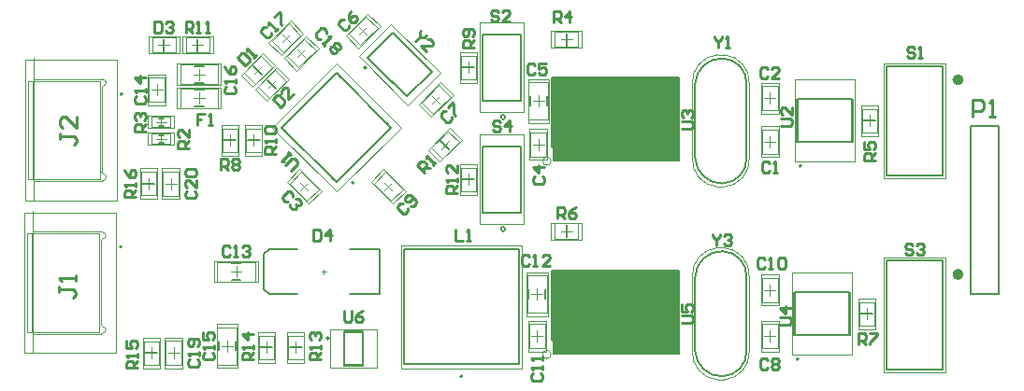
<source format=gto>
G04*
G04 #@! TF.GenerationSoftware,Altium Limited,Altium Designer,22.1.2 (22)*
G04*
G04 Layer_Color=65535*
%FSLAX44Y44*%
%MOMM*%
G71*
G04*
G04 #@! TF.SameCoordinates,D73D9505-6E86-4879-9EB9-392C4F9F1875*
G04*
G04*
G04 #@! TF.FilePolarity,Positive*
G04*
G01*
G75*
%ADD10C,0.2000*%
%ADD11C,0.1270*%
%ADD12C,0.5000*%
%ADD13C,0.0000*%
%ADD14C,0.0500*%
%ADD15C,0.2540*%
%ADD16C,0.1000*%
G36*
X868680Y955010D02*
X754336D01*
Y1031240D01*
X868680D01*
Y955010D01*
D02*
G37*
G36*
Y1130270D02*
X754336D01*
Y1206500D01*
X868680D01*
Y1130270D01*
D02*
G37*
D10*
X574437Y1110788D02*
G03*
X574437Y1110788I-1000J0D01*
G01*
X364500Y1052700D02*
G03*
X364500Y1052700I-1000J0D01*
G01*
X364860Y1191260D02*
G03*
X364860Y1191260I-1000J0D01*
G01*
X977220Y950870D02*
G03*
X977220Y950870I-1000J0D01*
G01*
X711660Y1068790D02*
G03*
X711660Y1068790I-2000J0D01*
G01*
X585837Y1215102D02*
G03*
X585837Y1215102I-1000J0D01*
G01*
X711660Y1170390D02*
G03*
X711660Y1170390I-2000J0D01*
G01*
X979760Y1126130D02*
G03*
X979760Y1126130I-1000J0D01*
G01*
X672830Y935220D02*
G03*
X672830Y935220I-1000J0D01*
G01*
X551990Y969620D02*
G03*
X551990Y969620I-1000J0D01*
G01*
X284000Y975300D02*
Y1064700D01*
X284360Y1113860D02*
Y1203260D01*
X767080Y1061300D02*
Y1072300D01*
X1033360Y991870D02*
X1044360D01*
X732910Y1005650D02*
Y1013650D01*
X747910Y1005650D02*
Y1013650D01*
X734180Y1180910D02*
Y1188910D01*
X749180Y1180910D02*
Y1188910D01*
X672680Y1113790D02*
X683680D01*
X496491Y1204039D02*
X504269Y1196261D01*
X483791Y1216739D02*
X491569Y1208961D01*
X653111Y1148889D02*
X660889Y1141111D01*
X672680Y1215390D02*
X683680D01*
X1035900Y1167130D02*
X1046900D01*
X430340Y1216540D02*
X438340D01*
X430340Y1201540D02*
X438340D01*
X398050Y1169360D02*
X402050D01*
X398050Y1162360D02*
X402050D01*
X398050Y1154120D02*
X402050D01*
X398050Y1147120D02*
X402050D01*
X383120Y1109980D02*
X394120D01*
X478370Y1149350D02*
X489370D01*
X456780D02*
X467780D01*
X430340Y1179950D02*
X438340D01*
X430340Y1194950D02*
X438340D01*
X433070Y1230210D02*
Y1241210D01*
X516470Y961390D02*
X527470D01*
X489800D02*
X500800D01*
X467240Y958660D02*
Y966660D01*
X452240Y958660D02*
Y966660D01*
X385660Y956310D02*
X396660D01*
X464000Y1037500D02*
X472000D01*
X464000Y1022500D02*
X472000D01*
X497620Y1050470D02*
X523620D01*
X493120Y1045970D02*
X497620Y1050470D01*
X493120Y1013970D02*
X497620Y1009420D01*
X571120Y1009470D02*
X598120D01*
X571120Y1050470D02*
X598120D01*
Y1009470D02*
Y1050470D01*
X493120Y1013970D02*
Y1045970D01*
X497620Y1009470D02*
X523620D01*
X402590Y1230210D02*
Y1241210D01*
X1158240Y1009650D02*
Y1162050D01*
X1132840Y1009650D02*
Y1162050D01*
Y1009650D02*
X1158240D01*
X1132840Y1162050D02*
X1158240D01*
X767080Y1235290D02*
Y1246290D01*
X574437Y1110788D02*
G03*
X574437Y1110788I-1000J0D01*
G01*
X364500Y1052700D02*
G03*
X364500Y1052700I-1000J0D01*
G01*
X364860Y1191260D02*
G03*
X364860Y1191260I-1000J0D01*
G01*
X977220Y950870D02*
G03*
X977220Y950870I-1000J0D01*
G01*
X711660Y1068790D02*
G03*
X711660Y1068790I-2000J0D01*
G01*
X585837Y1215102D02*
G03*
X585837Y1215102I-1000J0D01*
G01*
X711660Y1170390D02*
G03*
X711660Y1170390I-2000J0D01*
G01*
X979760Y1126130D02*
G03*
X979760Y1126130I-1000J0D01*
G01*
X672830Y935220D02*
G03*
X672830Y935220I-1000J0D01*
G01*
X551990Y969620D02*
G03*
X551990Y969620I-1000J0D01*
G01*
D11*
X908473Y1048622D02*
G03*
X883478Y1025313I-843J-24152D01*
G01*
Y958427D02*
G03*
X908473Y935118I24152J843D01*
G01*
X908462Y935118D02*
G03*
X930082Y958302I-782J22402D01*
G01*
Y1025438D02*
G03*
X908462Y1048622I-22402J782D01*
G01*
X908473Y1223612D02*
G03*
X883478Y1200303I-843J-24152D01*
G01*
Y1133417D02*
G03*
X908473Y1110108I24152J843D01*
G01*
X908462Y1110108D02*
G03*
X930082Y1133292I-782J22402D01*
G01*
Y1200428D02*
G03*
X908462Y1223612I-22402J782D01*
G01*
X558800Y1111283D02*
X562689Y1115172D01*
X604408Y1156891D02*
X608298Y1160780D01*
X509302D02*
X513192Y1164669D01*
X554911Y1206388D02*
X558800Y1210277D01*
X554911Y1115172D02*
X558800Y1111283D01*
X604408Y1164669D02*
X608298Y1160780D01*
X509302D02*
X513192Y1156891D01*
X558800Y1210277D02*
X562689Y1206388D01*
X883480Y958370D02*
Y1025370D01*
X930080Y958370D02*
Y1025370D01*
X1107440Y941100D02*
Y1040100D01*
X1056640D02*
X1107440D01*
X1056640Y941100D02*
Y1040100D01*
X1023420Y972370D02*
Y1011370D01*
X973020Y972370D02*
Y1011370D01*
X753872Y968375D02*
Y1030605D01*
Y968375D02*
X766572Y955675D01*
X869188D01*
Y1030605D01*
X753872D02*
X869188D01*
X753872Y1143635D02*
Y1205865D01*
Y1143635D02*
X766572Y1130935D01*
X869188D01*
Y1205865D01*
X753872D02*
X869188D01*
X691160Y1083790D02*
Y1143790D01*
X726160Y1083790D02*
Y1143790D01*
X631648Y1198272D02*
X635608Y1202232D01*
X596292Y1233628D02*
X600252Y1237588D01*
X599121Y1212132D02*
X610152Y1201101D01*
X621748Y1234759D02*
X632779Y1223728D01*
X691160Y1185390D02*
Y1245390D01*
X726160Y1185390D02*
Y1245390D01*
X883480Y1133360D02*
Y1200360D01*
X930080Y1133360D02*
Y1200360D01*
X1025960Y1147630D02*
Y1186630D01*
X975560Y1147630D02*
Y1186630D01*
X1107440Y1117630D02*
Y1216630D01*
X1056640D02*
X1107440D01*
X1056640Y1117630D02*
Y1216630D01*
X693830Y1050220D02*
X723830D01*
Y946220D02*
Y1050220D01*
X693830Y946220D02*
X723830D01*
X619830Y1050220D02*
X649830D01*
X619830Y946220D02*
Y1050220D01*
Y946220D02*
X649830D01*
X565540Y944470D02*
X582540D01*
X565540Y975770D02*
X582540D01*
X908473Y1048622D02*
G03*
X883478Y1025313I-843J-24152D01*
G01*
Y958427D02*
G03*
X908473Y935118I24152J843D01*
G01*
X908462Y935118D02*
G03*
X930082Y958302I-782J22402D01*
G01*
Y1025438D02*
G03*
X908462Y1048622I-22402J782D01*
G01*
X908473Y1223612D02*
G03*
X883478Y1200303I-843J-24152D01*
G01*
Y1133417D02*
G03*
X908473Y1110108I24152J843D01*
G01*
X908462Y1110108D02*
G03*
X930082Y1133292I-782J22402D01*
G01*
Y1200428D02*
G03*
X908462Y1223612I-22402J782D01*
G01*
X558800Y1111283D02*
X608298Y1160780D01*
X509302D02*
X558800Y1210277D01*
X509302Y1160780D02*
X558800Y1111283D01*
Y1210277D02*
X608298Y1160780D01*
X883480Y958370D02*
Y1025370D01*
X930080Y958370D02*
Y1025370D01*
X1107440Y941100D02*
Y1040100D01*
X1056640D02*
X1107440D01*
X1056640Y941100D02*
Y1040100D01*
Y941100D02*
X1107440D01*
X973720Y1011370D02*
X1022720D01*
X973720Y972370D02*
X1022720D01*
Y1011370D01*
X973720Y972370D02*
Y1011370D01*
X691160Y1143790D02*
X726160D01*
X691160Y1083790D02*
X726160D01*
X691160D02*
Y1143790D01*
X726160Y1083790D02*
Y1143790D01*
X586959Y1224294D02*
X609586Y1246921D01*
X586959Y1224294D02*
X622314Y1188939D01*
X644941Y1211566D01*
X609586Y1246921D02*
X644941Y1211566D01*
X691160Y1245390D02*
X726160D01*
X691160Y1185390D02*
X726160D01*
X691160D02*
Y1245390D01*
X726160Y1185390D02*
Y1245390D01*
X883480Y1133360D02*
Y1200360D01*
X930080Y1133360D02*
Y1200360D01*
X976260Y1186630D02*
X1025260D01*
X976260Y1147630D02*
X1025260D01*
Y1186630D01*
X976260Y1147630D02*
Y1186630D01*
X1107440Y1117630D02*
Y1216630D01*
X1056640D02*
X1107440D01*
X1056640Y1117630D02*
Y1216630D01*
Y1117630D02*
X1107440D01*
X619830Y946220D02*
X723830D01*
Y1050220D01*
X619830D02*
X723830D01*
X619830Y946220D02*
Y1050220D01*
X565540Y945120D02*
X582540D01*
X565540Y975120D02*
X582540D01*
Y945120D02*
Y975120D01*
X565540Y945120D02*
Y975120D01*
D12*
X1123990Y1027590D02*
G03*
X1123990Y1027590I-2500J0D01*
G01*
Y1204120D02*
G03*
X1123990Y1204120I-2500J0D01*
G01*
D13*
X753110Y955040D02*
G03*
X753110Y955040I-3810J0D01*
G01*
Y1130300D02*
G03*
X753110Y1130300I-3810J0D01*
G01*
X349999Y1062956D02*
G03*
X345994Y1066199I-3624J-381D01*
G01*
X347187Y1059699D02*
G03*
X350001Y1062937I-212J3026D01*
G01*
X347208Y1059701D02*
G03*
X345999Y1058208I142J-1351D01*
G01*
Y981792D02*
G03*
X347208Y980299I1351J-142D01*
G01*
X350001Y977063D02*
G03*
X347187Y980301I-3026J212D01*
G01*
X345994Y973801D02*
G03*
X349999Y977044I381J3624D01*
G01*
X350359Y1201516D02*
G03*
X346354Y1204759I-3624J-381D01*
G01*
X347547Y1198259D02*
G03*
X350361Y1201497I-212J3026D01*
G01*
X347568Y1198261D02*
G03*
X346359Y1196768I142J-1351D01*
G01*
Y1120352D02*
G03*
X347568Y1118859I1351J-142D01*
G01*
X350361Y1115623D02*
G03*
X347547Y1118861I-3026J212D01*
G01*
X346354Y1112361D02*
G03*
X350359Y1115604I381J3624D01*
G01*
X284000Y1066200D02*
Y1085200D01*
Y1066200D02*
X346000D01*
Y981800D02*
Y1058200D01*
X284000Y973800D02*
X346000D01*
X284000Y956400D02*
Y973800D01*
X284360Y1204760D02*
Y1223760D01*
Y1204760D02*
X346360D01*
Y1120360D02*
Y1196760D01*
X284360Y1112360D02*
X346360D01*
X284360Y1094960D02*
Y1112360D01*
D14*
X1056640Y941100D02*
X1107440D01*
X1056640Y1117630D02*
X1107440D01*
X904139Y1051861D02*
G03*
X880989Y1025229I1741J-24891D01*
G01*
Y958511D02*
G03*
X904139Y931879I24891J-1741D01*
G01*
X909420D02*
G03*
X932571Y958511I-1741J24891D01*
G01*
Y1025229D02*
G03*
X909420Y1051861I-24891J1741D01*
G01*
X904139Y1226851D02*
G03*
X880989Y1200219I1741J-24891D01*
G01*
Y1133501D02*
G03*
X904139Y1106869I24891J-1741D01*
G01*
X909420D02*
G03*
X932571Y1133501I-1741J24891D01*
G01*
Y1200219D02*
G03*
X909420Y1226851I-24891J1741D01*
G01*
X500605Y1160780D02*
X558800Y1218975D01*
Y1102585D02*
X616995Y1160780D01*
X500605D02*
X558800Y1102585D01*
Y1218975D02*
X616995Y1160780D01*
X276500Y1083700D02*
X359500D01*
X276500Y956300D02*
Y1083700D01*
X359500Y956300D02*
Y1083700D01*
X276500Y956300D02*
X359500D01*
X276860Y1222260D02*
X359860D01*
X276860Y1094860D02*
Y1222260D01*
X359860Y1094860D02*
Y1222260D01*
X276860Y1094860D02*
X359860D01*
X880980Y958370D02*
Y1025370D01*
X904280Y931870D02*
X909280D01*
X932580Y958370D02*
Y1025370D01*
X904280Y1051870D02*
X909280D01*
X1109940Y938600D02*
Y1042600D01*
X1054140D02*
X1109940D01*
X1054140Y938600D02*
Y1042600D01*
Y938600D02*
X1109940D01*
X971220Y1028970D02*
X1025220D01*
X971220Y954770D02*
X1025220D01*
Y1028970D01*
X971220Y954770D02*
Y1028970D01*
X688660Y1073290D02*
Y1154290D01*
X728660D01*
Y1073290D02*
Y1154290D01*
X688660Y1073290D02*
X728660D01*
X579180Y1225708D02*
X608172Y1254699D01*
X579180Y1225708D02*
X623728Y1181161D01*
X652719Y1210152D01*
X608172Y1254699D02*
X652719Y1210152D01*
X688660Y1174890D02*
Y1255890D01*
X728660D01*
Y1174890D02*
Y1255890D01*
X688660Y1174890D02*
X728660D01*
X880980Y1133360D02*
Y1200360D01*
X904280Y1106860D02*
X909280D01*
X932580Y1133360D02*
Y1200360D01*
X904280Y1226860D02*
X909280D01*
X973760Y1204230D02*
X1027760D01*
X973760Y1130030D02*
X1027760D01*
Y1204230D01*
X973760Y1130030D02*
Y1204230D01*
X1109940Y1115130D02*
Y1219130D01*
X1054140D02*
X1109940D01*
X1054140Y1115130D02*
Y1219130D01*
Y1115130D02*
X1109940D01*
X617330Y942220D02*
X726330D01*
Y1054220D01*
X617330D02*
X726330D01*
X617330Y942220D02*
Y1054220D01*
X552990Y942620D02*
X595090D01*
Y977620D01*
X552990D02*
X595090D01*
X552990Y942620D02*
Y977620D01*
D15*
X517178Y1121753D02*
X523069Y1127644D01*
Y1130000D01*
X520713Y1132356D01*
X518356D01*
X512466Y1126466D01*
X517178Y1135891D02*
X514822Y1138247D01*
X516000Y1137069D01*
X508931Y1130000D01*
X511287D01*
X495170Y1251723D02*
X492814D01*
X490458Y1249367D01*
Y1247010D01*
X495170Y1242298D01*
X497527D01*
X499883Y1244654D01*
Y1247010D01*
X503417Y1248188D02*
X505774Y1250545D01*
X504595Y1249367D01*
X497527Y1256435D01*
Y1254079D01*
X502239Y1261148D02*
X506952Y1265860D01*
X508130Y1264682D01*
Y1255257D01*
X509308Y1254079D01*
X307382Y1017000D02*
Y1011922D01*
Y1014461D01*
X320078D01*
X322617Y1011922D01*
Y1009382D01*
X320078Y1006843D01*
X322617Y1022078D02*
Y1027157D01*
Y1024617D01*
X307382D01*
X309922Y1022078D01*
X308612Y1155701D02*
Y1150622D01*
Y1153162D01*
X321308D01*
X323848Y1150622D01*
Y1148083D01*
X321308Y1145544D01*
X323848Y1170936D02*
Y1160779D01*
X313691Y1170936D01*
X311152D01*
X308612Y1168397D01*
Y1163318D01*
X311152Y1160779D01*
X899719Y1064178D02*
Y1062512D01*
X903052Y1059180D01*
X906384Y1062512D01*
Y1064178D01*
X903052Y1059180D02*
Y1054182D01*
X909716Y1062512D02*
X911382Y1064178D01*
X914715D01*
X916381Y1062512D01*
Y1060846D01*
X914715Y1059180D01*
X913048D01*
X914715D01*
X916381Y1057514D01*
Y1055848D01*
X914715Y1054182D01*
X911382D01*
X909716Y1055848D01*
X635184Y1248945D02*
X634006Y1247767D01*
Y1243054D01*
X638718D01*
X639896Y1244232D01*
X634006Y1243054D02*
X630471Y1239520D01*
X639896Y1230095D02*
X635184Y1234807D01*
X644609D01*
X645787Y1235986D01*
X645787Y1238342D01*
X643431Y1240698D01*
X641074D01*
X901385Y1243248D02*
Y1241582D01*
X904718Y1238250D01*
X908050Y1241582D01*
Y1243248D01*
X904718Y1238250D02*
Y1233252D01*
X911382D02*
X914715D01*
X913048D01*
Y1243248D01*
X911382Y1241582D01*
X565709Y994328D02*
Y985998D01*
X567375Y984332D01*
X570708D01*
X572374Y985998D01*
Y994328D01*
X582371D02*
X579038Y992662D01*
X575706Y989330D01*
Y985998D01*
X577372Y984332D01*
X580704D01*
X582371Y985998D01*
Y987664D01*
X580704Y989330D01*
X575706D01*
X871302Y983539D02*
X879632D01*
X881298Y985206D01*
Y988538D01*
X879632Y990204D01*
X871302D01*
Y1000201D02*
Y993536D01*
X876300D01*
X874634Y996868D01*
Y998534D01*
X876300Y1000201D01*
X879632D01*
X881298Y998534D01*
Y995202D01*
X879632Y993536D01*
X960202Y982269D02*
X968532D01*
X970198Y983935D01*
Y987268D01*
X968532Y988934D01*
X960202D01*
X970198Y997264D02*
X960202D01*
X965200Y992266D01*
Y998931D01*
X871302Y1160069D02*
X879632D01*
X881298Y1161736D01*
Y1165068D01*
X879632Y1166734D01*
X871302D01*
X872968Y1170066D02*
X871302Y1171732D01*
Y1175064D01*
X872968Y1176731D01*
X874634D01*
X876300Y1175064D01*
Y1173398D01*
Y1175064D01*
X877966Y1176731D01*
X879632D01*
X881298Y1175064D01*
Y1171732D01*
X879632Y1170066D01*
X961472Y1162609D02*
X969802D01*
X971468Y1164276D01*
Y1167608D01*
X969802Y1169274D01*
X961472D01*
X971468Y1179271D02*
Y1172606D01*
X964804Y1179271D01*
X963138D01*
X961472Y1177605D01*
Y1174272D01*
X963138Y1172606D01*
X706994Y1165382D02*
X705328Y1167048D01*
X701995D01*
X700329Y1165382D01*
Y1163716D01*
X701995Y1162050D01*
X705328D01*
X706994Y1160384D01*
Y1158718D01*
X705328Y1157052D01*
X701995D01*
X700329Y1158718D01*
X715324Y1157052D02*
Y1167048D01*
X710326Y1162050D01*
X716991D01*
X1080374Y1053622D02*
X1078708Y1055288D01*
X1075376D01*
X1073709Y1053622D01*
Y1051956D01*
X1075376Y1050290D01*
X1078708D01*
X1080374Y1048624D01*
Y1046958D01*
X1078708Y1045292D01*
X1075376D01*
X1073709Y1046958D01*
X1083706Y1053622D02*
X1085372Y1055288D01*
X1088705D01*
X1090371Y1053622D01*
Y1051956D01*
X1088705Y1050290D01*
X1087038D01*
X1088705D01*
X1090371Y1048624D01*
Y1046958D01*
X1088705Y1045292D01*
X1085372D01*
X1083706Y1046958D01*
X705724Y1265712D02*
X704058Y1267378D01*
X700725D01*
X699059Y1265712D01*
Y1264046D01*
X700725Y1262380D01*
X704058D01*
X705724Y1260714D01*
Y1259048D01*
X704058Y1257382D01*
X700725D01*
X699059Y1259048D01*
X715721Y1257382D02*
X709056D01*
X715721Y1264046D01*
Y1265712D01*
X714054Y1267378D01*
X710722D01*
X709056Y1265712D01*
X1082040Y1232692D02*
X1080374Y1234358D01*
X1077042D01*
X1075376Y1232692D01*
Y1231026D01*
X1077042Y1229360D01*
X1080374D01*
X1082040Y1227694D01*
Y1226028D01*
X1080374Y1224362D01*
X1077042D01*
X1075376Y1226028D01*
X1085372Y1224362D02*
X1088705D01*
X1087038D01*
Y1234358D01*
X1085372Y1232692D01*
X377108Y1097484D02*
X367112D01*
Y1102482D01*
X368778Y1104148D01*
X372110D01*
X373776Y1102482D01*
Y1097484D01*
Y1100816D02*
X377108Y1104148D01*
Y1107481D02*
Y1110813D01*
Y1109147D01*
X367112D01*
X368778Y1107481D01*
X367112Y1122476D02*
X368778Y1119144D01*
X372110Y1115811D01*
X375442D01*
X377108Y1117478D01*
Y1120810D01*
X375442Y1122476D01*
X373776D01*
X372110Y1120810D01*
Y1115811D01*
X378378Y942544D02*
X368382D01*
Y947542D01*
X370048Y949209D01*
X373380D01*
X375046Y947542D01*
Y942544D01*
Y945876D02*
X378378Y949209D01*
Y952541D02*
Y955873D01*
Y954207D01*
X368382D01*
X370048Y952541D01*
X368382Y967536D02*
Y960872D01*
X373380D01*
X371714Y964204D01*
Y965870D01*
X373380Y967536D01*
X376712D01*
X378378Y965870D01*
Y962538D01*
X376712Y960872D01*
X483788Y950164D02*
X473792D01*
Y955162D01*
X475458Y956829D01*
X478790D01*
X480456Y955162D01*
Y950164D01*
Y953496D02*
X483788Y956829D01*
Y960161D02*
Y963493D01*
Y961827D01*
X473792D01*
X475458Y960161D01*
X483788Y973490D02*
X473792D01*
X478790Y968492D01*
Y975156D01*
X544748Y950164D02*
X534752D01*
Y955162D01*
X536418Y956829D01*
X539750D01*
X541416Y955162D01*
Y950164D01*
Y953496D02*
X544748Y956829D01*
Y960161D02*
Y963493D01*
Y961827D01*
X534752D01*
X536418Y960161D01*
Y968492D02*
X534752Y970158D01*
Y973490D01*
X536418Y975156D01*
X538084D01*
X539750Y973490D01*
Y971824D01*
Y973490D01*
X541416Y975156D01*
X543082D01*
X544748Y973490D01*
Y970158D01*
X543082Y968492D01*
X667938Y1101294D02*
X657942D01*
Y1106292D01*
X659608Y1107959D01*
X662940D01*
X664606Y1106292D01*
Y1101294D01*
Y1104626D02*
X667938Y1107959D01*
Y1111291D02*
Y1114623D01*
Y1112957D01*
X657942D01*
X659608Y1111291D01*
X667938Y1126286D02*
Y1119622D01*
X661274Y1126286D01*
X659608D01*
X657942Y1124620D01*
Y1121288D01*
X659608Y1119622D01*
X422240Y1247222D02*
Y1257218D01*
X427239D01*
X428905Y1255552D01*
Y1252220D01*
X427239Y1250554D01*
X422240D01*
X425572D02*
X428905Y1247222D01*
X432237D02*
X435569D01*
X433903D01*
Y1257218D01*
X432237Y1255552D01*
X440568Y1247222D02*
X443900D01*
X442234D01*
Y1257218D01*
X440568Y1255552D01*
X504108Y1136854D02*
X494112D01*
Y1141852D01*
X495778Y1143519D01*
X499110D01*
X500776Y1141852D01*
Y1136854D01*
Y1140186D02*
X504108Y1143519D01*
Y1146851D02*
Y1150183D01*
Y1148517D01*
X494112D01*
X495778Y1146851D01*
Y1155182D02*
X494112Y1156848D01*
Y1160180D01*
X495778Y1161846D01*
X502442D01*
X504108Y1160180D01*
Y1156848D01*
X502442Y1155182D01*
X495778D01*
X683178Y1233729D02*
X673182D01*
Y1238728D01*
X674848Y1240394D01*
X678180D01*
X679846Y1238728D01*
Y1233729D01*
Y1237062D02*
X683178Y1240394D01*
X681512Y1243726D02*
X683178Y1245392D01*
Y1248725D01*
X681512Y1250391D01*
X674848D01*
X673182Y1248725D01*
Y1245392D01*
X674848Y1243726D01*
X676514D01*
X678180Y1245392D01*
Y1250391D01*
X453949Y1122762D02*
Y1132758D01*
X458948D01*
X460614Y1131092D01*
Y1127760D01*
X458948Y1126094D01*
X453949D01*
X457282D02*
X460614Y1122762D01*
X463946Y1131092D02*
X465612Y1132758D01*
X468945D01*
X470611Y1131092D01*
Y1129426D01*
X468945Y1127760D01*
X470611Y1126094D01*
Y1124428D01*
X468945Y1122762D01*
X465612D01*
X463946Y1124428D01*
Y1126094D01*
X465612Y1127760D01*
X463946Y1129426D01*
Y1131092D01*
X465612Y1127760D02*
X468945D01*
X1031799Y964012D02*
Y974008D01*
X1036798D01*
X1038464Y972342D01*
Y969010D01*
X1036798Y967344D01*
X1031799D01*
X1035132D02*
X1038464Y964012D01*
X1041796Y974008D02*
X1048461D01*
Y972342D01*
X1041796Y965678D01*
Y964012D01*
X758749Y1078312D02*
Y1088308D01*
X763748D01*
X765414Y1086642D01*
Y1083310D01*
X763748Y1081644D01*
X758749D01*
X762082D02*
X765414Y1078312D01*
X775411Y1088308D02*
X772078Y1086642D01*
X768746Y1083310D01*
Y1079978D01*
X770412Y1078312D01*
X773745D01*
X775411Y1079978D01*
Y1081644D01*
X773745Y1083310D01*
X768746D01*
X1046398Y1130859D02*
X1036402D01*
Y1135858D01*
X1038068Y1137524D01*
X1041400D01*
X1043066Y1135858D01*
Y1130859D01*
Y1134192D02*
X1046398Y1137524D01*
X1036402Y1147521D02*
Y1140856D01*
X1041400D01*
X1039734Y1144188D01*
Y1145854D01*
X1041400Y1147521D01*
X1044732D01*
X1046398Y1145854D01*
Y1142522D01*
X1044732Y1140856D01*
X755142Y1256284D02*
Y1266281D01*
X760140D01*
X761806Y1264615D01*
Y1261282D01*
X760140Y1259616D01*
X755142D01*
X758474D02*
X761806Y1256284D01*
X770137D02*
Y1266281D01*
X765139Y1261282D01*
X771803D01*
X385998Y1157529D02*
X376002D01*
Y1162528D01*
X377668Y1164194D01*
X381000D01*
X382666Y1162528D01*
Y1157529D01*
Y1160862D02*
X385998Y1164194D01*
X377668Y1167526D02*
X376002Y1169192D01*
Y1172524D01*
X377668Y1174191D01*
X379334D01*
X381000Y1172524D01*
Y1170858D01*
Y1172524D01*
X382666Y1174191D01*
X384332D01*
X385998Y1172524D01*
Y1169192D01*
X384332Y1167526D01*
X425368Y1142289D02*
X415372D01*
Y1147288D01*
X417038Y1148954D01*
X420370D01*
X422036Y1147288D01*
Y1142289D01*
Y1145622D02*
X425368Y1148954D01*
Y1158951D02*
Y1152286D01*
X418704Y1158951D01*
X417038D01*
X415372Y1157284D01*
Y1153952D01*
X417038Y1152286D01*
X638822Y1119753D02*
X631753Y1126822D01*
X635288Y1130356D01*
X637644D01*
X640000Y1128000D01*
Y1125644D01*
X636466Y1122109D01*
X638822Y1124466D02*
X643534D01*
X645891Y1126822D02*
X648247Y1129178D01*
X647069Y1128000D01*
X640000Y1135069D01*
Y1132712D01*
X1134364Y1170686D02*
Y1185921D01*
X1141982D01*
X1144521Y1183382D01*
Y1178304D01*
X1141982Y1175764D01*
X1134364D01*
X1149599Y1170686D02*
X1154677D01*
X1152138D01*
Y1185921D01*
X1149599Y1183382D01*
X666435Y1067988D02*
Y1057992D01*
X673100D01*
X676432D02*
X679764D01*
X678098D01*
Y1067988D01*
X676432Y1066322D01*
X439420Y1173398D02*
X432756D01*
Y1168400D01*
X436088D01*
X432756D01*
Y1163402D01*
X442752D02*
X446085D01*
X444418D01*
Y1173398D01*
X442752Y1171732D01*
X537769Y1067988D02*
Y1057992D01*
X542768D01*
X544434Y1059658D01*
Y1066322D01*
X542768Y1067988D01*
X537769D01*
X552765Y1057992D02*
Y1067988D01*
X547766Y1062990D01*
X554431D01*
X394259Y1257218D02*
Y1247222D01*
X399258D01*
X400924Y1248888D01*
Y1255552D01*
X399258Y1257218D01*
X394259D01*
X404256Y1255552D02*
X405922Y1257218D01*
X409254D01*
X410921Y1255552D01*
Y1253886D01*
X409254Y1252220D01*
X407588D01*
X409254D01*
X410921Y1250554D01*
Y1248888D01*
X409254Y1247222D01*
X405922D01*
X404256Y1248888D01*
X501115Y1186364D02*
X508184Y1179295D01*
X511718Y1182829D01*
Y1185186D01*
X507006Y1189898D01*
X504649D01*
X501115Y1186364D01*
X519965Y1191076D02*
X515252Y1186364D01*
Y1195789D01*
X514074Y1196967D01*
X511718Y1196967D01*
X509362Y1194611D01*
Y1192254D01*
X469273Y1224372D02*
X476342Y1217303D01*
X479876Y1220837D01*
Y1223194D01*
X475164Y1227906D01*
X472808D01*
X469273Y1224372D01*
X483411D02*
X485767Y1226728D01*
X484589Y1225550D01*
X477520Y1232619D01*
Y1230263D01*
X423388Y1103316D02*
X421722Y1101649D01*
Y1098317D01*
X423388Y1096651D01*
X430052D01*
X431718Y1098317D01*
Y1101649D01*
X430052Y1103316D01*
X431718Y1113312D02*
Y1106648D01*
X425054Y1113312D01*
X423388D01*
X421722Y1111646D01*
Y1108314D01*
X423388Y1106648D01*
Y1116645D02*
X421722Y1118311D01*
Y1121643D01*
X423388Y1123309D01*
X430052D01*
X431718Y1121643D01*
Y1118311D01*
X430052Y1116645D01*
X423388D01*
X425928Y950479D02*
X424262Y948812D01*
Y945480D01*
X425928Y943814D01*
X432592D01*
X434258Y945480D01*
Y948812D01*
X432592Y950479D01*
X434258Y953811D02*
Y957143D01*
Y955477D01*
X424262D01*
X425928Y953811D01*
X432592Y962141D02*
X434258Y963808D01*
Y967140D01*
X432592Y968806D01*
X425928D01*
X424262Y967140D01*
Y963808D01*
X425928Y962141D01*
X427594D01*
X429260Y963808D01*
Y968806D01*
X549413Y1246000D02*
Y1248356D01*
X547057Y1250712D01*
X544700D01*
X539988Y1246000D01*
Y1243643D01*
X542344Y1241287D01*
X544700D01*
X545878Y1237753D02*
X548235Y1235396D01*
X547057Y1236575D01*
X554125Y1243643D01*
X551769D01*
X557660Y1237753D02*
X560016D01*
X562372Y1235396D01*
X562372Y1233040D01*
X561194Y1231862D01*
X558838D01*
X558838Y1229506D01*
X557660Y1228328D01*
X555303Y1228328D01*
X552947Y1230684D01*
Y1233040D01*
X554125Y1234218D01*
X556482D01*
X556482Y1236575D01*
X557660Y1237753D01*
X556482Y1234218D02*
X558838Y1231862D01*
X458948Y1198129D02*
X457282Y1196462D01*
Y1193130D01*
X458948Y1191464D01*
X465612D01*
X467278Y1193130D01*
Y1196462D01*
X465612Y1198129D01*
X467278Y1201461D02*
Y1204793D01*
Y1203127D01*
X457282D01*
X458948Y1201461D01*
X457282Y1216456D02*
X458948Y1213124D01*
X462280Y1209791D01*
X465612D01*
X467278Y1211458D01*
Y1214790D01*
X465612Y1216456D01*
X463946D01*
X462280Y1214790D01*
Y1209791D01*
X439898Y956829D02*
X438232Y955162D01*
Y951830D01*
X439898Y950164D01*
X446562D01*
X448228Y951830D01*
Y955162D01*
X446562Y956829D01*
X448228Y960161D02*
Y963493D01*
Y961827D01*
X438232D01*
X439898Y960161D01*
X438232Y975156D02*
Y968492D01*
X443230D01*
X441564Y971824D01*
Y973490D01*
X443230Y975156D01*
X446562D01*
X448228Y973490D01*
Y970158D01*
X446562Y968492D01*
X377668Y1189239D02*
X376002Y1187572D01*
Y1184240D01*
X377668Y1182574D01*
X384332D01*
X385998Y1184240D01*
Y1187572D01*
X384332Y1189239D01*
X385998Y1192571D02*
Y1195903D01*
Y1194237D01*
X376002D01*
X377668Y1192571D01*
X385998Y1205900D02*
X376002D01*
X381000Y1200901D01*
Y1207566D01*
X462169Y1052382D02*
X460502Y1054048D01*
X457170D01*
X455504Y1052382D01*
Y1045718D01*
X457170Y1044052D01*
X460502D01*
X462169Y1045718D01*
X465501Y1044052D02*
X468833D01*
X467167D01*
Y1054048D01*
X465501Y1052382D01*
X473831D02*
X475498Y1054048D01*
X478830D01*
X480496Y1052382D01*
Y1050716D01*
X478830Y1049050D01*
X477164D01*
X478830D01*
X480496Y1047384D01*
Y1045718D01*
X478830Y1044052D01*
X475498D01*
X473831Y1045718D01*
X733308Y1043462D02*
X731642Y1045128D01*
X728310D01*
X726644Y1043462D01*
Y1036798D01*
X728310Y1035132D01*
X731642D01*
X733308Y1036798D01*
X736641Y1035132D02*
X739973D01*
X738307D01*
Y1045128D01*
X736641Y1043462D01*
X751636Y1035132D02*
X744971D01*
X751636Y1041796D01*
Y1043462D01*
X749970Y1045128D01*
X746638D01*
X744971Y1043462D01*
X737078Y938175D02*
X735412Y936508D01*
Y933176D01*
X737078Y931510D01*
X743742D01*
X745408Y933176D01*
Y936508D01*
X743742Y938175D01*
X745408Y941507D02*
Y944839D01*
Y943173D01*
X735412D01*
X737078Y941507D01*
X745408Y949838D02*
Y953170D01*
Y951504D01*
X735412D01*
X737078Y949838D01*
X946668Y1040922D02*
X945002Y1042588D01*
X941670D01*
X940004Y1040922D01*
Y1034258D01*
X941670Y1032592D01*
X945002D01*
X946668Y1034258D01*
X950001Y1032592D02*
X953333D01*
X951667D01*
Y1042588D01*
X950001Y1040922D01*
X958332D02*
X959998Y1042588D01*
X963330D01*
X964996Y1040922D01*
Y1034258D01*
X963330Y1032592D01*
X959998D01*
X958332Y1034258D01*
Y1040922D01*
X618766Y1092108D02*
X616409D01*
X614053Y1089752D01*
Y1087396D01*
X618766Y1082683D01*
X621122D01*
X623478Y1085039D01*
Y1087396D01*
X625834Y1089752D02*
X628191D01*
X630547Y1092108D01*
Y1094464D01*
X625834Y1099177D01*
X623478Y1099177D01*
X621122Y1096821D01*
Y1094464D01*
X622300Y1093286D01*
X624656Y1093286D01*
X628191Y1096821D01*
X949564Y949482D02*
X947898Y951148D01*
X944566D01*
X942899Y949482D01*
Y942818D01*
X944566Y941152D01*
X947898D01*
X949564Y942818D01*
X952896Y949482D02*
X954562Y951148D01*
X957895D01*
X959561Y949482D01*
Y947816D01*
X957895Y946150D01*
X959561Y944484D01*
Y942818D01*
X957895Y941152D01*
X954562D01*
X952896Y942818D01*
Y944484D01*
X954562Y946150D01*
X952896Y947816D01*
Y949482D01*
X954562Y946150D02*
X957895D01*
X658136Y1175402D02*
X655779D01*
X653423Y1173046D01*
Y1170690D01*
X658136Y1165977D01*
X660492D01*
X662848Y1168333D01*
Y1170690D01*
X659314Y1178936D02*
X664026Y1183649D01*
X665204Y1182471D01*
Y1173046D01*
X666383Y1171868D01*
X565426Y1258478D02*
X563069D01*
X560713Y1256122D01*
Y1253766D01*
X565426Y1249053D01*
X567782D01*
X570138Y1251409D01*
Y1253766D01*
X571316Y1266725D02*
X570138Y1263191D01*
Y1258478D01*
X572494Y1256122D01*
X574851D01*
X577207Y1258478D01*
Y1260834D01*
X576029Y1262012D01*
X573672Y1262013D01*
X570138Y1258478D01*
X738744Y1217452D02*
X737078Y1219118D01*
X733745D01*
X732079Y1217452D01*
Y1210788D01*
X733745Y1209122D01*
X737078D01*
X738744Y1210788D01*
X748741Y1219118D02*
X742076D01*
Y1214120D01*
X745408Y1215786D01*
X747075D01*
X748741Y1214120D01*
Y1210788D01*
X747075Y1209122D01*
X743742D01*
X742076Y1210788D01*
X738668Y1116334D02*
X737002Y1114668D01*
Y1111336D01*
X738668Y1109669D01*
X745332D01*
X746998Y1111336D01*
Y1114668D01*
X745332Y1116334D01*
X746998Y1124665D02*
X737002D01*
X742000Y1119666D01*
Y1126331D01*
X519338Y1098274D02*
Y1100631D01*
X516982Y1102987D01*
X514626D01*
X509913Y1098274D01*
Y1095918D01*
X512269Y1093562D01*
X514626D01*
X521694Y1095918D02*
X524051D01*
X526407Y1093562D01*
X526407Y1091206D01*
X525229Y1090027D01*
X522873D01*
X521694Y1091206D01*
X522873Y1090027D01*
X522873Y1087671D01*
X521694Y1086493D01*
X519338D01*
X516982Y1088849D01*
Y1091206D01*
X949564Y1213642D02*
X947898Y1215308D01*
X944566D01*
X942899Y1213642D01*
Y1206978D01*
X944566Y1205312D01*
X947898D01*
X949564Y1206978D01*
X959561Y1205312D02*
X952896D01*
X959561Y1211976D01*
Y1213642D01*
X957895Y1215308D01*
X954562D01*
X952896Y1213642D01*
X951230Y1128552D02*
X949564Y1130218D01*
X946232D01*
X944566Y1128552D01*
Y1121888D01*
X946232Y1120222D01*
X949564D01*
X951230Y1121888D01*
X954562Y1120222D02*
X957895D01*
X956228D01*
Y1130218D01*
X954562Y1128552D01*
D16*
X545370Y1029970D02*
X549370D01*
X547370Y1027970D02*
Y1031970D01*
X515732Y1254965D02*
X525985Y1244712D01*
X500175Y1239408D02*
X510428Y1229155D01*
X525985Y1244712D01*
X500175Y1239408D02*
X515732Y1254965D01*
X279000Y1064700D02*
X344000D01*
X279000Y975300D02*
X344000D01*
Y1064700D01*
X279000Y975300D02*
Y1064700D01*
X284000Y960000D02*
Y1080000D01*
X279360Y1203260D02*
X344360D01*
X279360Y1113860D02*
X344360D01*
Y1203260D01*
X279360Y1113860D02*
Y1203260D01*
X284360Y1098560D02*
Y1218560D01*
X756330Y1059800D02*
X777830D01*
X756330Y1073800D02*
X777830D01*
Y1059800D02*
Y1073800D01*
X756330Y1059800D02*
Y1073800D01*
X1031860Y981120D02*
Y1002620D01*
X1045860Y981120D02*
Y1002620D01*
X1031860Y981120D02*
X1045860D01*
X1031860Y1002620D02*
X1045860D01*
X958480Y1002460D02*
Y1024460D01*
X943980Y1002460D02*
Y1024460D01*
X958480D01*
X943980Y1002460D02*
X958480D01*
X943980Y960550D02*
Y982550D01*
X958480Y960550D02*
Y982550D01*
X943980Y960550D02*
X958480D01*
X943980Y982550D02*
X958480D01*
X733160Y960550D02*
Y982550D01*
X747660Y960550D02*
Y982550D01*
X733160Y960550D02*
X747660D01*
X733160Y982550D02*
X747660D01*
X731410Y992650D02*
Y1026650D01*
X749410Y992650D02*
Y1026650D01*
X731410Y992650D02*
X749410D01*
X731410Y1026650D02*
X749410D01*
X732680Y1167910D02*
Y1201910D01*
X750680Y1167910D02*
Y1201910D01*
X732680Y1167910D02*
X750680D01*
X732680Y1201910D02*
X750680D01*
X734430Y1134540D02*
Y1156540D01*
X748930Y1134540D02*
Y1156540D01*
X734430Y1134540D02*
X748930D01*
X734430Y1156540D02*
X748930D01*
X671180Y1103040D02*
Y1124540D01*
X685180Y1103040D02*
Y1124540D01*
X671180Y1103040D02*
X685180D01*
X671180Y1124540D02*
X685180D01*
X497728Y1187599D02*
X512931Y1202802D01*
X487829Y1197498D02*
X503032Y1212701D01*
X512931Y1202802D01*
X487829Y1197498D02*
X497728Y1187599D01*
X485028Y1200299D02*
X500231Y1215502D01*
X475129Y1210198D02*
X490332Y1225401D01*
X500231Y1215502D01*
X475129Y1210198D02*
X485028Y1200299D01*
X514145Y1225438D02*
X529702Y1240995D01*
X524398Y1215185D02*
X539955Y1230742D01*
X514145Y1225438D02*
X524398Y1215185D01*
X529702Y1240995D02*
X539955Y1230742D01*
X526938Y1120345D02*
X542495Y1104788D01*
X516685Y1110092D02*
X532242Y1094535D01*
X516685Y1110092D02*
X526938Y1120345D01*
X532242Y1094535D02*
X542495Y1104788D01*
X603138Y1120345D02*
X618695Y1104788D01*
X592885Y1110092D02*
X608442Y1094535D01*
X592885Y1110092D02*
X603138Y1120345D01*
X608442Y1094535D02*
X618695Y1104788D01*
X644449Y1142348D02*
X659652Y1157551D01*
X654348Y1132449D02*
X669551Y1147652D01*
X644449Y1142348D02*
X654348Y1132449D01*
X659652Y1157551D02*
X669551Y1147652D01*
X570025Y1245758D02*
X585582Y1261315D01*
X580278Y1235505D02*
X595835Y1251062D01*
X570025Y1245758D02*
X580278Y1235505D01*
X585582Y1261315D02*
X595835Y1251062D01*
X646318Y1173275D02*
X661875Y1188832D01*
X636065Y1183528D02*
X651622Y1199085D01*
X661875Y1188832D01*
X636065Y1183528D02*
X646318Y1173275D01*
X671180Y1204640D02*
Y1226140D01*
X685180Y1204640D02*
Y1226140D01*
X671180Y1204640D02*
X685180D01*
X671180Y1226140D02*
X685180D01*
X958480Y1176450D02*
Y1198450D01*
X943980Y1176450D02*
Y1198450D01*
X958480D01*
X943980Y1176450D02*
X958480D01*
X943980Y1137080D02*
Y1159080D01*
X958480Y1137080D02*
Y1159080D01*
X943980Y1137080D02*
X958480D01*
X943980Y1159080D02*
X958480D01*
X1034400Y1156380D02*
Y1177880D01*
X1048400Y1156380D02*
Y1177880D01*
X1034400Y1156380D02*
X1048400D01*
X1034400Y1177880D02*
X1048400D01*
X417340Y1218040D02*
X451340D01*
X417340Y1200040D02*
X451340D01*
X417340D02*
Y1218040D01*
X451340Y1200040D02*
Y1218040D01*
X391550Y1170610D02*
X408550D01*
X391550Y1161110D02*
X408550D01*
X391550D02*
Y1170610D01*
X408550Y1161110D02*
Y1170610D01*
X391550Y1155370D02*
X408550D01*
X391550Y1145870D02*
X408550D01*
X391550D02*
Y1155370D01*
X408550Y1145870D02*
Y1155370D01*
X381620Y1099230D02*
Y1120730D01*
X395620Y1099230D02*
Y1120730D01*
X381620Y1099230D02*
X395620D01*
X381620Y1120730D02*
X395620D01*
X416190Y1098980D02*
Y1120980D01*
X401690Y1098980D02*
Y1120980D01*
X416190D01*
X401690Y1098980D02*
X416190D01*
X490870Y1138600D02*
Y1160100D01*
X476870Y1138600D02*
Y1160100D01*
X490870Y1160100D01*
X476870Y1138600D02*
X490870D01*
X469280D02*
Y1160100D01*
X455280Y1138600D02*
Y1160100D01*
X469280Y1160100D01*
X455280Y1138600D02*
X469280D01*
X417340Y1178450D02*
X451340D01*
X417340Y1196450D02*
X451340D01*
Y1178450D02*
Y1196450D01*
X417340Y1178450D02*
Y1196450D01*
X422320Y1242710D02*
X443820D01*
X422320Y1228710D02*
X443820D01*
X422320D02*
Y1242710D01*
X443820Y1228710D02*
Y1242710D01*
X514970Y950640D02*
Y972140D01*
X528970Y950640D02*
Y972140D01*
X514970Y950640D02*
X528970D01*
X514970Y972140D02*
X528970D01*
X488300Y950640D02*
Y972140D01*
X502300Y950640D02*
Y972140D01*
X488300Y950640D02*
X502300D01*
X488300Y972140D02*
X502300D01*
X450740Y979660D02*
X468740D01*
X450740Y945660D02*
X468740D01*
Y979660D01*
X450740Y945660D02*
Y979660D01*
X404230Y945310D02*
Y967310D01*
X418730Y945310D02*
Y967310D01*
X404230Y945310D02*
X418730D01*
X404230Y967310D02*
X418730D01*
X398160Y945560D02*
Y967060D01*
X384160Y945560D02*
Y967060D01*
X398160D01*
X384160Y945560D02*
X398160D01*
X451000Y1021000D02*
Y1039000D01*
X485000Y1021000D02*
Y1039000D01*
X451000D02*
X485000D01*
X451000Y1021000D02*
X485000D01*
X388990Y1184070D02*
Y1206070D01*
X403490Y1184070D02*
Y1206070D01*
X388990Y1184070D02*
X403490D01*
X388990Y1206070D02*
X403490D01*
X391840Y1242710D02*
X413340D01*
X391840Y1228710D02*
X413340D01*
X391840D02*
Y1242710D01*
X413340Y1228710D02*
Y1242710D01*
X756330Y1233790D02*
X777830D01*
X756330Y1247790D02*
X777830D01*
Y1233790D02*
Y1247790D01*
X756330Y1233790D02*
Y1247790D01*
X517323Y1257616D02*
X528636Y1246303D01*
X497524Y1237817D02*
X508837Y1226504D01*
X528636Y1246303D01*
X497524Y1237817D02*
X517323Y1257616D01*
X509544Y1238524D02*
X516616Y1245595D01*
X509544D02*
X516616Y1238524D01*
X767080Y1061800D02*
Y1071800D01*
X762080Y1066800D02*
X772080D01*
X753080Y1059300D02*
X781080D01*
X753080Y1074300D02*
X781080D01*
Y1059300D02*
Y1074300D01*
X753080Y1059300D02*
Y1074300D01*
X1033860Y991870D02*
X1043860D01*
X1038860Y986870D02*
Y996870D01*
X1031360Y977870D02*
Y1005870D01*
X1046360Y977870D02*
Y1005870D01*
X1031360Y977870D02*
X1046360D01*
X1031360Y1005870D02*
X1046360D01*
X946230Y1013460D02*
X956230D01*
X951230Y1008460D02*
Y1018460D01*
X959230Y999460D02*
Y1027460D01*
X943230Y999460D02*
Y1027460D01*
X959230D01*
X943230Y999460D02*
X959230D01*
X946230Y971550D02*
X956230D01*
X951230Y966550D02*
Y976550D01*
X943230Y957550D02*
Y985550D01*
X959230Y957550D02*
Y985550D01*
X943230Y957550D02*
X959230D01*
X943230Y985550D02*
X959230D01*
X735410Y971550D02*
X745410D01*
X740410Y966550D02*
Y976550D01*
X732410Y957550D02*
Y985550D01*
X748410Y957550D02*
Y985550D01*
X732410Y957550D02*
X748410D01*
X732410Y985550D02*
X748410D01*
X735410Y1009650D02*
X745410D01*
X740410Y1004650D02*
Y1014650D01*
X730910Y989650D02*
Y1029650D01*
X749910Y989650D02*
Y1029650D01*
X730910Y989650D02*
X749910D01*
X730910Y1029650D02*
X749910D01*
X736680Y1184910D02*
X746680D01*
X741680Y1179910D02*
Y1189910D01*
X732180Y1164910D02*
Y1204910D01*
X751180Y1164910D02*
Y1204910D01*
X732180Y1164910D02*
X751180D01*
X732180Y1204910D02*
X751180D01*
X736680Y1145540D02*
X746680D01*
X741680Y1140540D02*
Y1150540D01*
X733680Y1131540D02*
Y1159540D01*
X749680Y1131540D02*
Y1159540D01*
X733680Y1131540D02*
X749680D01*
X733680Y1159540D02*
X749680D01*
X673180Y1113790D02*
X683180D01*
X678180Y1108790D02*
Y1118790D01*
X670680Y1099790D02*
Y1127790D01*
X685680Y1099790D02*
Y1127790D01*
X670680Y1099790D02*
X685680D01*
X670680Y1127790D02*
X685680D01*
X496844Y1203686D02*
X503916Y1196615D01*
X496844Y1196615D02*
X503916Y1203686D01*
X495784Y1184947D02*
X515583Y1204746D01*
X485177Y1195554D02*
X504976Y1215353D01*
X515583Y1204746D01*
X485177Y1195554D02*
X495784Y1184947D01*
X484145Y1216386D02*
X491216Y1209314D01*
X484145Y1209314D02*
X491216Y1216386D01*
X483084Y1197647D02*
X502883Y1217446D01*
X472477Y1208254D02*
X492276Y1228053D01*
X502883Y1217446D01*
X472477Y1208254D02*
X483084Y1197647D01*
X523515Y1231626D02*
X530586Y1224554D01*
X523515Y1224554D02*
X530586Y1231626D01*
X511494Y1223847D02*
X531293Y1243646D01*
X522807Y1212534D02*
X542606Y1232333D01*
X511494Y1223847D02*
X522807Y1212534D01*
X531293Y1243646D02*
X542606Y1232333D01*
X526054Y1103904D02*
X533125Y1110975D01*
X526054D02*
X533125Y1103904D01*
X525347Y1122996D02*
X545146Y1103197D01*
X514034Y1111683D02*
X533833Y1091884D01*
X514034Y1111683D02*
X525347Y1122996D01*
X533833Y1091884D02*
X545146Y1103197D01*
X602254Y1103904D02*
X609325Y1110975D01*
X602254D02*
X609325Y1103904D01*
X601547Y1122996D02*
X621346Y1103197D01*
X590234Y1111683D02*
X610033Y1091884D01*
X590234Y1111683D02*
X601547Y1122996D01*
X610033Y1091884D02*
X621346Y1103197D01*
X653465Y1148536D02*
X660536Y1141464D01*
X653465D02*
X660536Y1148536D01*
X641797Y1140404D02*
X661596Y1160203D01*
X652404Y1129797D02*
X672203Y1149596D01*
X641797Y1140404D02*
X652404Y1129797D01*
X661596Y1160203D02*
X672203Y1149596D01*
X579394Y1251945D02*
X586466Y1244874D01*
X579394Y1244874D02*
X586466Y1251945D01*
X567374Y1244167D02*
X587173Y1263966D01*
X578687Y1232854D02*
X598486Y1252653D01*
X567374Y1244167D02*
X578687Y1232854D01*
X587173Y1263966D02*
X598486Y1252653D01*
X645434Y1189716D02*
X652505Y1182645D01*
X645434D02*
X652505Y1189716D01*
X644727Y1170624D02*
X664526Y1190423D01*
X633414Y1181937D02*
X653213Y1201736D01*
X664526Y1190423D01*
X633414Y1181937D02*
X644727Y1170624D01*
X673180Y1215390D02*
X683180D01*
X678180Y1210390D02*
Y1220390D01*
X670680Y1201390D02*
Y1229390D01*
X685680Y1201390D02*
Y1229390D01*
X670680Y1201390D02*
X685680D01*
X670680Y1229390D02*
X685680D01*
X946230Y1187450D02*
X956230D01*
X951230Y1182450D02*
Y1192450D01*
X959230Y1173450D02*
Y1201450D01*
X943230Y1173450D02*
Y1201450D01*
X959230D01*
X943230Y1173450D02*
X959230D01*
X946230Y1148080D02*
X956230D01*
X951230Y1143080D02*
Y1153080D01*
X943230Y1134080D02*
Y1162080D01*
X959230Y1134080D02*
Y1162080D01*
X943230Y1134080D02*
X959230D01*
X943230Y1162080D02*
X959230D01*
X1036400Y1167130D02*
X1046400D01*
X1041400Y1162130D02*
Y1172130D01*
X1033900Y1153130D02*
Y1181130D01*
X1048900Y1153130D02*
Y1181130D01*
X1033900Y1153130D02*
X1048900D01*
X1033900Y1181130D02*
X1048900D01*
X434340Y1204040D02*
Y1214040D01*
X429340Y1209040D02*
X439340D01*
X414340Y1218540D02*
X454340D01*
X414340Y1199540D02*
X454340D01*
X414340D02*
Y1218540D01*
X454340Y1199540D02*
Y1218540D01*
X400050Y1161110D02*
Y1170610D01*
X395300Y1165860D02*
X404800D01*
X388050Y1171360D02*
X412050D01*
X388050Y1160360D02*
X412050D01*
X388050D02*
Y1171360D01*
X412050Y1160360D02*
Y1171360D01*
X400050Y1145870D02*
Y1155370D01*
X395300Y1150620D02*
X404800D01*
X388050Y1156120D02*
X412050D01*
X388050Y1145120D02*
X412050D01*
X388050D02*
Y1156120D01*
X412050Y1145120D02*
Y1156120D01*
X383620Y1109980D02*
X393620D01*
X388620Y1104980D02*
Y1114980D01*
X381120Y1095980D02*
Y1123980D01*
X396120Y1095980D02*
Y1123980D01*
X381120Y1095980D02*
X396120D01*
X381120Y1123980D02*
X396120D01*
X403940Y1109980D02*
X413940D01*
X408940Y1104980D02*
Y1114980D01*
X416940Y1095980D02*
Y1123980D01*
X400940Y1095980D02*
Y1123980D01*
X416940D01*
X400940Y1095980D02*
X416940D01*
X478870Y1149350D02*
X488870D01*
X483870Y1144350D02*
Y1154350D01*
X491370Y1163350D02*
X491370Y1135350D01*
X476370D02*
Y1163350D01*
X491370D01*
X476370Y1135350D02*
X491370D01*
X457280Y1149350D02*
X467280D01*
X462280Y1144350D02*
Y1154350D01*
X469780Y1163350D02*
X469780Y1135350D01*
X454780D02*
Y1163350D01*
X469780D01*
X454780Y1135350D02*
X469780D01*
X434340Y1182450D02*
Y1192450D01*
X429340Y1187450D02*
X439340D01*
X414340Y1177950D02*
X454340D01*
X414340Y1196950D02*
X454340D01*
Y1177950D02*
Y1196950D01*
X414340Y1177950D02*
Y1196950D01*
X433070Y1230710D02*
Y1240710D01*
X428070Y1235710D02*
X438070D01*
X419070Y1243210D02*
X447070D01*
X419070Y1228210D02*
X447070D01*
X419070D02*
Y1243210D01*
X447070Y1228210D02*
Y1243210D01*
X516970Y961390D02*
X526970D01*
X521970Y956390D02*
Y966390D01*
X514470Y947390D02*
Y975390D01*
X529470Y947390D02*
Y975390D01*
X514470Y947390D02*
X529470D01*
X514470Y975390D02*
X529470D01*
X490300Y961390D02*
X500300D01*
X495300Y956390D02*
Y966390D01*
X487800Y947390D02*
Y975390D01*
X502800Y947390D02*
Y975390D01*
X487800Y947390D02*
X502800D01*
X487800Y975390D02*
X502800D01*
X450240Y982660D02*
X469240D01*
X450240Y942660D02*
X469240D01*
Y982660D01*
X450240Y942660D02*
Y982660D01*
X459740Y957660D02*
Y967660D01*
X454740Y962660D02*
X464740D01*
X406480Y956310D02*
X416480D01*
X411480Y951310D02*
Y961310D01*
X403480Y942310D02*
Y970310D01*
X419480Y942310D02*
Y970310D01*
X403480Y942310D02*
X419480D01*
X403480Y970310D02*
X419480D01*
X386160Y956310D02*
X396160D01*
X391160Y951310D02*
Y961310D01*
X398660Y942310D02*
Y970310D01*
X383660Y942310D02*
Y970310D01*
X398660D01*
X383660Y942310D02*
X398660D01*
X448000Y1020500D02*
Y1039500D01*
X488000Y1020500D02*
Y1039500D01*
X448000D02*
X488000D01*
X448000Y1020500D02*
X488000D01*
X463000Y1030000D02*
X473000D01*
X468000Y1025000D02*
Y1035000D01*
X391240Y1195070D02*
X401240D01*
X396240Y1190070D02*
Y1200070D01*
X388240Y1181070D02*
Y1209070D01*
X404240Y1181070D02*
Y1209070D01*
X388240Y1181070D02*
X404240D01*
X388240Y1209070D02*
X404240D01*
X402590Y1230710D02*
Y1240710D01*
X397590Y1235710D02*
X407590D01*
X388590Y1243210D02*
X416590D01*
X388590Y1228210D02*
X416590D01*
X388590D02*
Y1243210D01*
X416590Y1228210D02*
Y1243210D01*
X767080Y1235790D02*
Y1245790D01*
X762080Y1240790D02*
X772080D01*
X753080Y1233290D02*
X781080D01*
X753080Y1248290D02*
X781080D01*
Y1233290D02*
Y1248290D01*
X753080Y1233290D02*
Y1248290D01*
M02*

</source>
